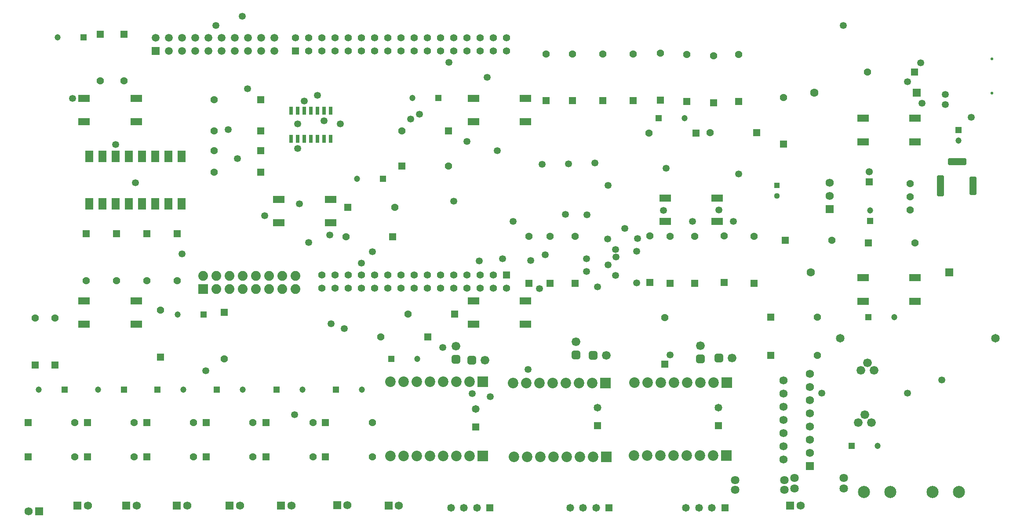
<source format=gbs>
G04*
G04 #@! TF.GenerationSoftware,Altium Limited,Altium Designer,24.2.2 (26)*
G04*
G04 Layer_Color=16711935*
%FSLAX42Y42*%
%MOMM*%
G71*
G04*
G04 #@! TF.SameCoordinates,1B85D7C3-CB2C-498D-ACBB-91D5DC165851*
G04*
G04*
G04 #@! TF.FilePolarity,Negative*
G04*
G01*
G75*
%ADD22R,1.53X2.18*%
%ADD25C,1.63*%
%ADD26C,1.58*%
%ADD27R,1.58X1.58*%
%ADD28C,1.65*%
%ADD29C,1.50*%
%ADD30C,1.88*%
%ADD31C,1.39*%
%ADD32R,1.39X1.39*%
%ADD33C,1.43*%
%ADD34C,1.20*%
%ADD35R,1.20X1.20*%
%ADD36R,1.88X1.88*%
%ADD37R,1.43X1.43*%
%ADD38C,1.68*%
%ADD39C,0.55*%
%ADD40R,1.60X1.60*%
%ADD41C,1.60*%
%ADD42C,1.48*%
%ADD43R,1.48X1.48*%
%ADD44R,1.48X1.48*%
%ADD45R,1.43X1.43*%
%ADD46C,1.35*%
%ADD47R,1.50X1.50*%
G04:AMPARAMS|DCode=48|XSize=1.68mm|YSize=1.68mm|CornerRadius=0.44mm|HoleSize=0mm|Usage=FLASHONLY|Rotation=90.000|XOffset=0mm|YOffset=0mm|HoleType=Round|Shape=RoundedRectangle|*
%AMROUNDEDRECTD48*
21,1,1.68,0.80,0,0,90.0*
21,1,0.80,1.68,0,0,90.0*
1,1,0.88,0.40,0.40*
1,1,0.88,0.40,-0.40*
1,1,0.88,-0.40,-0.40*
1,1,0.88,-0.40,0.40*
%
%ADD48ROUNDEDRECTD48*%
G04:AMPARAMS|DCode=49|XSize=3.58mm|YSize=1.38mm|CornerRadius=0.36mm|HoleSize=0mm|Usage=FLASHONLY|Rotation=0.000|XOffset=0mm|YOffset=0mm|HoleType=Round|Shape=RoundedRectangle|*
%AMROUNDEDRECTD49*
21,1,3.58,0.65,0,0,0.0*
21,1,2.85,1.38,0,0,0.0*
1,1,0.73,1.43,-0.33*
1,1,0.73,-1.43,-0.33*
1,1,0.73,-1.43,0.33*
1,1,0.73,1.43,0.33*
%
%ADD49ROUNDEDRECTD49*%
G04:AMPARAMS|DCode=50|XSize=3.58mm|YSize=1.38mm|CornerRadius=0.36mm|HoleSize=0mm|Usage=FLASHONLY|Rotation=270.000|XOffset=0mm|YOffset=0mm|HoleType=Round|Shape=RoundedRectangle|*
%AMROUNDEDRECTD50*
21,1,3.58,0.65,0,0,270.0*
21,1,2.85,1.38,0,0,270.0*
1,1,0.73,-0.33,-1.43*
1,1,0.73,-0.33,1.43*
1,1,0.73,0.33,1.43*
1,1,0.73,0.33,-1.43*
%
%ADD50ROUNDEDRECTD50*%
G04:AMPARAMS|DCode=51|XSize=4.08mm|YSize=1.38mm|CornerRadius=0.36mm|HoleSize=0mm|Usage=FLASHONLY|Rotation=270.000|XOffset=0mm|YOffset=0mm|HoleType=Round|Shape=RoundedRectangle|*
%AMROUNDEDRECTD51*
21,1,4.08,0.65,0,0,270.0*
21,1,3.35,1.38,0,0,270.0*
1,1,0.73,-0.33,-1.68*
1,1,0.73,-0.33,1.68*
1,1,0.73,0.33,1.68*
1,1,0.73,0.33,-1.68*
%
%ADD51ROUNDEDRECTD51*%
%ADD52R,1.38X1.38*%
%ADD53C,1.38*%
%ADD54R,1.20X1.20*%
G04:AMPARAMS|DCode=55|XSize=1.68mm|YSize=1.68mm|CornerRadius=0.44mm|HoleSize=0mm|Usage=FLASHONLY|Rotation=0.000|XOffset=0mm|YOffset=0mm|HoleType=Round|Shape=RoundedRectangle|*
%AMROUNDEDRECTD55*
21,1,1.68,0.80,0,0,0.0*
21,1,0.80,1.68,0,0,0.0*
1,1,0.88,0.40,-0.40*
1,1,0.88,-0.40,-0.40*
1,1,0.88,-0.40,0.40*
1,1,0.88,0.40,0.40*
%
%ADD55ROUNDEDRECTD55*%
%ADD56C,2.03*%
%ADD57R,2.03X2.03*%
%ADD58C,2.33*%
%ADD59R,1.58X1.58*%
%ADD60R,1.13X1.13*%
%ADD61C,1.13*%
%ADD62C,1.35*%
%ADD96R,2.18X1.48*%
%ADD97R,0.78X1.63*%
D22*
X1994Y6111D02*
D03*
X2248D02*
D03*
X2502D02*
D03*
X2756D02*
D03*
X3010D02*
D03*
X3264D02*
D03*
X3518D02*
D03*
X3772D02*
D03*
Y7021D02*
D03*
X3518D02*
D03*
X3264D02*
D03*
X3010D02*
D03*
X2756D02*
D03*
X2502D02*
D03*
X2248D02*
D03*
X1994D02*
D03*
D25*
X14433Y787D02*
D03*
X15387D02*
D03*
Y597D02*
D03*
X14433D02*
D03*
X15576Y622D02*
D03*
X16530D02*
D03*
Y826D02*
D03*
X15576D02*
D03*
D26*
X15875Y2832D02*
D03*
X15367Y2705D02*
D03*
X15875Y2578D02*
D03*
X15367Y2451D02*
D03*
X15875Y2324D02*
D03*
X15367Y2197D02*
D03*
X15875Y2070D02*
D03*
X15367Y1943D02*
D03*
X15875Y1816D02*
D03*
X15367Y1689D02*
D03*
X15875Y1562D02*
D03*
X15367Y1435D02*
D03*
X15875Y1308D02*
D03*
X15367Y1181D02*
D03*
X4902Y293D02*
D03*
X829Y182D02*
D03*
X7961Y295D02*
D03*
X5890D02*
D03*
X1968Y293D02*
D03*
X2908D02*
D03*
X6969Y305D02*
D03*
X3886Y293D02*
D03*
X15696Y293D02*
D03*
X16256Y6261D02*
D03*
Y6515D02*
D03*
D27*
X15875Y1054D02*
D03*
X4702Y293D02*
D03*
X1029Y182D02*
D03*
X7761Y295D02*
D03*
X5690D02*
D03*
X1768Y293D02*
D03*
X2708D02*
D03*
X6769Y305D02*
D03*
X3686Y293D02*
D03*
X15496Y293D02*
D03*
D28*
X19449Y3518D02*
D03*
X16459D02*
D03*
D29*
X3274Y9309D02*
D03*
X3528Y9055D02*
D03*
Y9309D02*
D03*
X4036D02*
D03*
X4798Y9055D02*
D03*
X5052D02*
D03*
X5306D02*
D03*
X5560D02*
D03*
Y9309D02*
D03*
X5306D02*
D03*
X5052D02*
D03*
X4798D02*
D03*
X4544D02*
D03*
Y9055D02*
D03*
X4290Y9309D02*
D03*
Y9055D02*
D03*
X4036D02*
D03*
X3782Y9309D02*
D03*
Y9055D02*
D03*
D30*
X4697Y4724D02*
D03*
X4951D02*
D03*
X5205D02*
D03*
X5459Y4470D02*
D03*
Y4724D02*
D03*
X5713Y4470D02*
D03*
X4189Y4724D02*
D03*
X4443Y4470D02*
D03*
Y4724D02*
D03*
X4697Y4470D02*
D03*
X4951D02*
D03*
X5205D02*
D03*
X5713Y4724D02*
D03*
X5967Y4470D02*
D03*
Y4724D02*
D03*
D31*
X9778Y4483D02*
D03*
X9524Y4737D02*
D03*
Y4483D02*
D03*
X9270D02*
D03*
X9016Y4737D02*
D03*
Y4483D02*
D03*
X8762Y4737D02*
D03*
Y4483D02*
D03*
X8508Y4737D02*
D03*
Y4483D02*
D03*
X8254Y4737D02*
D03*
X7746D02*
D03*
X7492D02*
D03*
Y4483D02*
D03*
X7238Y4737D02*
D03*
Y4483D02*
D03*
X6984Y4737D02*
D03*
X6476Y4483D02*
D03*
X6222Y9055D02*
D03*
X6476D02*
D03*
X7238D02*
D03*
X7492D02*
D03*
X8000D02*
D03*
X8508Y9309D02*
D03*
X9016Y9055D02*
D03*
X9270D02*
D03*
X9524D02*
D03*
X10032D02*
D03*
X6730Y4483D02*
D03*
X6984D02*
D03*
X7746D02*
D03*
X8000D02*
D03*
X8254D02*
D03*
X10032D02*
D03*
X6476Y4737D02*
D03*
X6730D02*
D03*
X8000D02*
D03*
X9270D02*
D03*
X9778D02*
D03*
X7492Y9309D02*
D03*
X5968D02*
D03*
X6222D02*
D03*
X6476D02*
D03*
X6730Y9055D02*
D03*
Y9309D02*
D03*
X6984Y9055D02*
D03*
Y9309D02*
D03*
X7238D02*
D03*
X7746Y9055D02*
D03*
Y9309D02*
D03*
X8000D02*
D03*
X8254Y9055D02*
D03*
Y9309D02*
D03*
X8508Y9055D02*
D03*
X8762D02*
D03*
Y9309D02*
D03*
X9016D02*
D03*
X9270D02*
D03*
X9524D02*
D03*
X9778Y9055D02*
D03*
Y9309D02*
D03*
X10032D02*
D03*
D32*
X5968Y9055D02*
D03*
X10032Y4737D02*
D03*
D33*
X13081Y3917D02*
D03*
X15367Y8159D02*
D03*
X17900Y5359D02*
D03*
X4401Y7137D02*
D03*
Y8115D02*
D03*
Y7518D02*
D03*
Y6718D02*
D03*
X13952Y7480D02*
D03*
X12778Y7468D02*
D03*
X2210Y8478D02*
D03*
X2667D02*
D03*
X4006Y1889D02*
D03*
X5149D02*
D03*
X1720D02*
D03*
X2863D02*
D03*
X7448D02*
D03*
X1334Y3904D02*
D03*
X16020Y3924D02*
D03*
X16300Y5410D02*
D03*
X7614Y3543D02*
D03*
X8135Y3988D02*
D03*
X952Y3904D02*
D03*
X1720Y1228D02*
D03*
X4006D02*
D03*
X2863D02*
D03*
X5149D02*
D03*
X6305D02*
D03*
Y1889D02*
D03*
X8018Y7518D02*
D03*
X8918Y6833D02*
D03*
X7880Y6045D02*
D03*
X6941Y5474D02*
D03*
X4597Y3119D02*
D03*
X3693Y4630D02*
D03*
X3108D02*
D03*
X2524D02*
D03*
X1940D02*
D03*
X16987Y8649D02*
D03*
X3365Y4057D02*
D03*
X17805Y5994D02*
D03*
Y6248D02*
D03*
Y6502D02*
D03*
X14224Y5492D02*
D03*
X13183Y5479D02*
D03*
X12789Y5492D02*
D03*
X10465Y5479D02*
D03*
X11354D02*
D03*
X10871D02*
D03*
X16020Y3188D02*
D03*
X7448Y1228D02*
D03*
X12471Y8998D02*
D03*
X11887D02*
D03*
X11303D02*
D03*
X10795Y8997D02*
D03*
X14503Y8984D02*
D03*
X14021Y8959D02*
D03*
X13500Y8984D02*
D03*
X12992Y9010D02*
D03*
X13652Y5479D02*
D03*
X14796D02*
D03*
D34*
X13458Y7760D02*
D03*
X3700Y3975D02*
D03*
X8315Y3124D02*
D03*
X7248Y2524D02*
D03*
X1388Y9322D02*
D03*
X1020Y2524D02*
D03*
X2163D02*
D03*
X3806D02*
D03*
X6105D02*
D03*
X4949D02*
D03*
X8218Y8153D02*
D03*
X7154Y6591D02*
D03*
X17031Y5982D02*
D03*
X18732Y7328D02*
D03*
X17179Y1448D02*
D03*
X17497Y3924D02*
D03*
D35*
X12958Y7760D02*
D03*
X4200Y3975D02*
D03*
X7814Y3124D02*
D03*
X6748Y2524D02*
D03*
X1888Y9322D02*
D03*
X1520Y2524D02*
D03*
X2663D02*
D03*
X3306D02*
D03*
X5605D02*
D03*
X4449D02*
D03*
X8718Y8153D02*
D03*
X7654Y6591D02*
D03*
X16679Y1448D02*
D03*
X16997Y3924D02*
D03*
D36*
X4189Y4470D02*
D03*
D37*
X17000Y5359D02*
D03*
X5301Y7137D02*
D03*
Y8115D02*
D03*
Y7518D02*
D03*
Y6718D02*
D03*
X14852Y7480D02*
D03*
X13678Y7468D02*
D03*
X3106Y1889D02*
D03*
X4249D02*
D03*
X820D02*
D03*
X1963D02*
D03*
X6548D02*
D03*
X15120Y3924D02*
D03*
X15400Y5410D02*
D03*
X8515Y3543D02*
D03*
X9035Y3988D02*
D03*
X820Y1228D02*
D03*
X3106D02*
D03*
X1963D02*
D03*
X4249D02*
D03*
X5405D02*
D03*
Y1889D02*
D03*
X8918Y7518D02*
D03*
X8018Y6833D02*
D03*
X6979Y6045D02*
D03*
X7841Y5474D02*
D03*
X17887Y8649D02*
D03*
X15120Y3188D02*
D03*
X6548Y1228D02*
D03*
D38*
X16802Y1892D02*
D03*
X16929Y2042D02*
D03*
X17056Y1892D02*
D03*
X16853Y2896D02*
D03*
X16980Y3046D02*
D03*
X17107Y2896D02*
D03*
X13767Y3378D02*
D03*
X9614Y3099D02*
D03*
X9055Y3365D02*
D03*
X11367Y3454D02*
D03*
X14376Y3137D02*
D03*
X11951Y3188D02*
D03*
D39*
X19380Y8242D02*
D03*
Y8902D02*
D03*
D40*
X18562Y4788D02*
D03*
X17932Y8255D02*
D03*
D41*
X15888Y4788D02*
D03*
X15959Y8255D02*
D03*
D42*
X9436Y2156D02*
D03*
X13987Y250D02*
D03*
X13737D02*
D03*
X13487D02*
D03*
X9461D02*
D03*
X9211D02*
D03*
X8962D02*
D03*
X14110Y2182D02*
D03*
X11786D02*
D03*
X11256Y250D02*
D03*
X11506D02*
D03*
X11756D02*
D03*
D43*
X9436Y1806D02*
D03*
X14110Y1832D02*
D03*
X11786D02*
D03*
D44*
X14237Y250D02*
D03*
X9712D02*
D03*
X12006D02*
D03*
D45*
X2210Y9378D02*
D03*
X2667D02*
D03*
X1334Y3004D02*
D03*
X952D02*
D03*
X4597Y4019D02*
D03*
X3693Y5530D02*
D03*
X3108D02*
D03*
X2524D02*
D03*
X1940D02*
D03*
X3365Y3157D02*
D03*
X14224Y4592D02*
D03*
X13081Y3017D02*
D03*
X13183Y4579D02*
D03*
X12789Y4592D02*
D03*
X10465Y4579D02*
D03*
X11354D02*
D03*
X10871D02*
D03*
X15367Y7259D02*
D03*
X12471Y8098D02*
D03*
X11887D02*
D03*
X11303D02*
D03*
X10795Y8097D02*
D03*
X14503Y8084D02*
D03*
X14021Y8059D02*
D03*
X13500Y8084D02*
D03*
X12992Y8110D02*
D03*
X13652Y4579D02*
D03*
X14796D02*
D03*
D46*
X17755Y2464D02*
D03*
X16105D02*
D03*
D47*
X3274Y9055D02*
D03*
D48*
X13767Y3124D02*
D03*
X9055Y3111D02*
D03*
X11367Y3200D02*
D03*
D49*
X18712Y6922D02*
D03*
D50*
X19012Y6452D02*
D03*
D51*
X18392D02*
D03*
D52*
X17018Y6531D02*
D03*
D53*
Y6731D02*
D03*
D54*
X17031Y5782D02*
D03*
X18732Y7528D02*
D03*
D55*
X9360Y3099D02*
D03*
X14122Y3137D02*
D03*
X11697Y3188D02*
D03*
D56*
X10160Y2654D02*
D03*
X10414D02*
D03*
X10668D02*
D03*
X10922D02*
D03*
X11176D02*
D03*
X11430D02*
D03*
X11684D02*
D03*
X7798Y2680D02*
D03*
X8052D02*
D03*
X8306D02*
D03*
X8560D02*
D03*
X8814D02*
D03*
X9068D02*
D03*
X9322D02*
D03*
X7798Y1245D02*
D03*
X8052D02*
D03*
X8306D02*
D03*
X8560D02*
D03*
X8814D02*
D03*
X9068D02*
D03*
X9322D02*
D03*
X12992Y1257D02*
D03*
X10173Y1232D02*
D03*
X10427D02*
D03*
X10681D02*
D03*
X10935D02*
D03*
X11189D02*
D03*
X11443D02*
D03*
X11697D02*
D03*
X14021Y2667D02*
D03*
X13767D02*
D03*
X13513D02*
D03*
X13259D02*
D03*
X13005D02*
D03*
X12751D02*
D03*
X12497D02*
D03*
X14008Y1257D02*
D03*
X13754D02*
D03*
X13500D02*
D03*
X13246D02*
D03*
X12738D02*
D03*
X12484D02*
D03*
D57*
X11938Y2654D02*
D03*
X9576Y2680D02*
D03*
Y1245D02*
D03*
X11951Y1232D02*
D03*
X14275Y2667D02*
D03*
X14262Y1257D02*
D03*
D58*
X18745Y558D02*
D03*
X18237D02*
D03*
X16916Y558D02*
D03*
X17424D02*
D03*
D59*
X16256Y6007D02*
D03*
D60*
X15240Y6464D02*
D03*
D61*
Y6264D02*
D03*
D62*
X17757Y8462D02*
D03*
X11786Y4508D02*
D03*
X12134Y4731D02*
D03*
X11576Y5048D02*
D03*
X12129Y5232D02*
D03*
X12143Y5081D02*
D03*
X11989Y4928D02*
D03*
X11980Y5429D02*
D03*
X12306Y5639D02*
D03*
X12535Y5194D02*
D03*
X6515Y7709D02*
D03*
X6134Y8090D02*
D03*
X6007Y7175D02*
D03*
X11735Y6896D02*
D03*
X11227Y6883D02*
D03*
X11989Y6464D02*
D03*
X13106Y6794D02*
D03*
X1676Y8141D02*
D03*
X2502Y7252D02*
D03*
X8801Y3340D02*
D03*
X18479Y8026D02*
D03*
Y8217D02*
D03*
X18009Y8826D02*
D03*
X12535Y4585D02*
D03*
X13056Y5982D02*
D03*
X18034Y8052D02*
D03*
X11163Y5906D02*
D03*
X14122Y5994D02*
D03*
X6629Y5512D02*
D03*
X3785Y5144D02*
D03*
X2883Y6515D02*
D03*
X4940Y9728D02*
D03*
X16515Y9550D02*
D03*
X9957Y5050D02*
D03*
X9657Y8547D02*
D03*
X4432Y9545D02*
D03*
X9505Y5006D02*
D03*
X14501Y6683D02*
D03*
X11582Y5900D02*
D03*
X10780Y5131D02*
D03*
X9274Y7315D02*
D03*
X9014Y6162D02*
D03*
X9715Y2390D02*
D03*
X13185Y3195D02*
D03*
X6657Y3800D02*
D03*
X9368Y2451D02*
D03*
X6388Y8202D02*
D03*
X4244Y2888D02*
D03*
X6226Y5362D02*
D03*
X6906Y3706D02*
D03*
X10498Y5019D02*
D03*
X10719Y6868D02*
D03*
X14399Y5769D02*
D03*
X13614D02*
D03*
X5954Y2047D02*
D03*
X10668Y4473D02*
D03*
X10450Y2916D02*
D03*
X5042Y8331D02*
D03*
X7447Y5189D02*
D03*
X6043Y6111D02*
D03*
X8352Y7838D02*
D03*
X12555Y5436D02*
D03*
X8184Y7747D02*
D03*
X10160Y5771D02*
D03*
X6007Y7648D02*
D03*
X6828D02*
D03*
X8923Y8832D02*
D03*
X9855Y7137D02*
D03*
X7238Y4968D02*
D03*
X5375Y5880D02*
D03*
X4851Y6980D02*
D03*
X4674Y7544D02*
D03*
X18418Y2710D02*
D03*
X18979Y7774D02*
D03*
X11575Y4801D02*
D03*
D96*
X5650Y5744D02*
D03*
X6650D02*
D03*
X5650Y6194D02*
D03*
X6650D02*
D03*
X14089Y6219D02*
D03*
X13089Y6219D02*
D03*
X14089Y5769D02*
D03*
X13089D02*
D03*
X9400Y7694D02*
D03*
X10400Y7694D02*
D03*
X9400Y8144D02*
D03*
X10400D02*
D03*
X9400Y3791D02*
D03*
X10400D02*
D03*
X9400Y4241D02*
D03*
X10400D02*
D03*
X1900Y7694D02*
D03*
X2900Y7694D02*
D03*
X1900Y8144D02*
D03*
X2900D02*
D03*
X1900Y3791D02*
D03*
X2900D02*
D03*
X1900Y4241D02*
D03*
X2900D02*
D03*
X17900Y4683D02*
D03*
X16900Y4683D02*
D03*
X17900Y4233D02*
D03*
X16900D02*
D03*
X17900Y7756D02*
D03*
X16900Y7756D02*
D03*
X17900Y7306D02*
D03*
X16900D02*
D03*
D97*
X5880Y7905D02*
D03*
X6007D02*
D03*
X6134D02*
D03*
X6261D02*
D03*
X6388D02*
D03*
X6515D02*
D03*
X6642D02*
D03*
Y7360D02*
D03*
X6515D02*
D03*
X6388D02*
D03*
X6261D02*
D03*
X6134D02*
D03*
X6007D02*
D03*
X5880D02*
D03*
M02*

</source>
